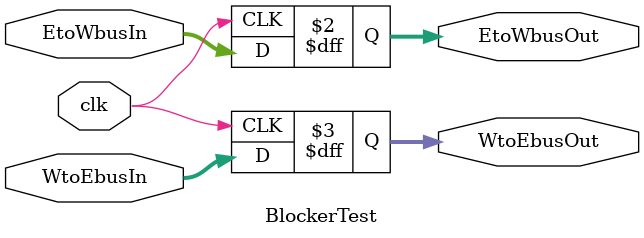
<source format=v>
`timescale 1ns / 1ps
module BlockerTest(
    input clk,
    input [8:0] EtoWbusIn,
    output reg [8:0] EtoWbusOut,
    input [8:0] WtoEbusIn,
    output reg [8:0] WtoEbusOut
    );
    always @ (posedge clk) begin
        EtoWbusOut <= EtoWbusIn;
        WtoEbusOut <= WtoEbusIn;
    end
endmodule

</source>
